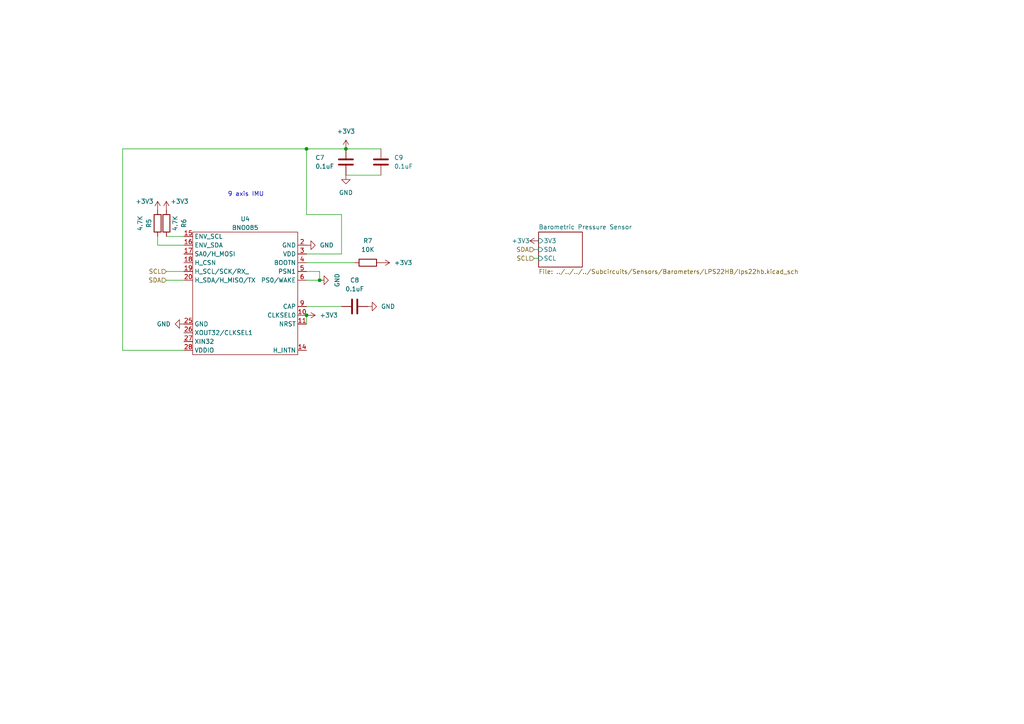
<source format=kicad_sch>
(kicad_sch (version 20230121) (generator eeschema)
  (paper "A4")
  (lib_symbols
    (symbol "+3V3_1" (power) (pin_names (offset 0))
      (property "Value" "+3V3_1" (at 0 3.556 0))
      (symbol "+3V3_1_0_1"
        (polyline (pts (xy -0.762 1.27) (xy 0 2.54)))
        (polyline (pts (xy 0 0) (xy 0 2.54)))
        (polyline (pts (xy 0 2.54) (xy 0.762 1.27)))
      )
      (symbol "+3V3_1_1_1"
        (pin power_in line (at 0 0 90) (length 0) hide (name "+3V3") (number "1"))
      )
    )
    (symbol "BNO085:BNO085"
      (property "Reference" "U?" (at 0 5.08 0))
      (property "Value" "BNO085" (at 0 2.54 0))
      (symbol "BNO085_0_1"
        (rectangle (start -15.24 0) (end 15.24 -35.56))
      )
      (symbol "BNO085_1_1"
        (pin no_connect line (at 17.78 -1.27 180) (length 2.54) hide (name "NC") (number "1"))
        (pin input line (at 17.78 -24.13 180) (length 2.54) (name "CLKSEL0") (number "10"))
        (pin input line (at 17.78 -26.67 180) (length 2.54) (name "NRST") (number "11"))
        (pin no_connect line (at 17.78 -29.21 180) (length 2.54) hide (name "NC") (number "12"))
        (pin no_connect line (at 17.78 -31.75 180) (length 2.54) hide (name "NC") (number "13"))
        (pin output line (at 17.78 -34.29 180) (length 2.54) (name "H_INTN") (number "14"))
        (pin bidirectional line (at -17.78 -1.27 0) (length 2.54) (name "ENV_SCL") (number "15"))
        (pin bidirectional line (at -17.78 -3.81 0) (length 2.54) (name "ENV_SDA") (number "16"))
        (pin input line (at -17.78 -6.35 0) (length 2.54) (name "SA0/H_MOSI") (number "17"))
        (pin input line (at -17.78 -8.89 0) (length 2.54) (name "H_CSN") (number "18"))
        (pin bidirectional line (at -17.78 -11.43 0) (length 2.54) (name "H_SCL/SCK/RX_") (number "19"))
        (pin power_in line (at 17.78 -3.81 180) (length 2.54) (name "GND") (number "2"))
        (pin bidirectional line (at -17.78 -13.97 0) (length 2.54) (name "H_SDA/H_MISO/TX") (number "20"))
        (pin no_connect line (at -17.78 -16.51 0) (length 2.54) hide (name "NC") (number "21"))
        (pin no_connect line (at -17.78 -19.05 0) (length 2.54) hide (name "NC") (number "22"))
        (pin no_connect line (at -17.78 -21.59 0) (length 2.54) hide (name "NC") (number "23"))
        (pin no_connect line (at -17.78 -24.13 0) (length 2.54) hide (name "NC") (number "24"))
        (pin input line (at -17.78 -26.67 0) (length 2.54) (name "GND") (number "25"))
        (pin output line (at -17.78 -29.21 0) (length 2.54) (name "XOUT32/CLKSEL1") (number "26"))
        (pin input line (at -17.78 -31.75 0) (length 2.54) (name "XIN32") (number "27"))
        (pin input line (at -17.78 -34.29 0) (length 2.54) (name "VDDIO") (number "28"))
        (pin power_in line (at 17.78 -6.35 180) (length 2.54) (name "VDD") (number "3"))
        (pin input line (at 17.78 -8.89 180) (length 2.54) (name "BOOTN") (number "4"))
        (pin input line (at 17.78 -11.43 180) (length 2.54) (name "PSN1") (number "5"))
        (pin input line (at 17.78 -13.97 180) (length 2.54) (name "PS0/WAKE") (number "6"))
        (pin no_connect line (at 17.78 -16.51 180) (length 2.54) hide (name "NC") (number "7"))
        (pin no_connect line (at 17.78 -19.05 180) (length 2.54) hide (name "NC") (number "8"))
        (pin unspecified line (at 17.78 -21.59 180) (length 2.54) (name "CAP") (number "9"))
      )
    )
    (symbol "Device:C" (pin_numbers hide) (pin_names (offset 0.254))
      (property "Reference" "C" (at 0.635 2.54 0))
      (property "Value" "C" (at 0.635 -2.54 0))
      (symbol "C_0_1"
        (polyline (pts (xy -2.032 -0.762) (xy 2.032 -0.762)) (stroke (width 0.508)))
        (polyline (pts (xy -2.032 0.762) (xy 2.032 0.762)) (stroke (width 0.508)))
      )
      (symbol "C_1_1"
        (pin passive line (at 0 3.81 270) (length 2.794) (name "~") (number "1"))
        (pin passive line (at 0 -3.81 90) (length 2.794) (name "~") (number "2"))
      )
    )
    (symbol "Device:R" (pin_numbers hide) (pin_names (offset 0))
      (property "Reference" "R" (at 2.032 0 90))
      (property "Value" "R" (at 0 0 90))
      (symbol "R_0_1"
        (rectangle (start -1.016 -2.54) (end 1.016 2.54) (stroke (width 0.254)))
      )
      (symbol "R_1_1"
        (pin passive line (at 0 3.81 270) (length 1.27) (name "~") (number "1"))
        (pin passive line (at 0 -3.81 90) (length 1.27) (name "~") (number "2"))
      )
    )
    (symbol "power:+3V3" (power) (pin_names (offset 0))
      (property "Value" "+3V3" (at 0 3.556 0))
      (symbol "+3V3_0_1"
        (polyline (pts (xy -0.762 1.27) (xy 0 2.54)))
        (polyline (pts (xy 0 0) (xy 0 2.54)))
        (polyline (pts (xy 0 2.54) (xy 0.762 1.27)))
      )
      (symbol "+3V3_1_1"
        (pin power_in line (at 0 0 90) (length 0) hide (name "+3V3") (number "1"))
      )
    )
    (symbol "power:GND" (power) (pin_names (offset 0))
      (property "Value" "GND" (at 0 -3.81 0))
      (symbol "GND_0_1"
        (polyline (pts (xy 0 0) (xy 0 -1.27) (xy 1.27 -1.27) (xy 0 -2.54) (xy -1.27 -1.27) (xy 0 -1.27)))
      )
      (symbol "GND_1_1"
        (pin power_in line (at 0 0 270) (length 0) hide (name "GND") (number "1"))
      )
    )
  )
  (junction (at 92.71 81.28))
  (junction (at 100.33 43.18))
  (junction (at 88.9 43.18))
  (junction (at 88.9 91.44))
  (wire (pts (xy 88.9 81.28) (xy 92.71 81.28)))
  (wire (pts (xy 99.06 88.9) (xy 88.9 88.9)))
  (wire (pts (xy 88.9 78.74) (xy 92.71 78.74)))
  (wire (pts (xy 154.94 74.93) (xy 156.21 74.93)))
  (wire (pts (xy 99.06 73.66) (xy 88.9 73.66)))
  (wire (pts (xy 100.33 50.8) (xy 110.49 50.8)))
  (wire (pts (xy 100.33 43.18) (xy 88.9 43.18)))
  (wire (pts (xy 92.71 78.74) (xy 92.71 81.28)))
  (wire (pts (xy 35.56 101.6) (xy 53.34 101.6)))
  (wire (pts (xy 88.9 43.18) (xy 35.56 43.18)))
  (wire (pts (xy 48.26 68.58) (xy 53.34 68.58)))
  (wire (pts (xy 88.9 91.44) (xy 88.9 93.98)))
  (wire (pts (xy 88.9 76.2) (xy 102.87 76.2)))
  (wire (pts (xy 45.72 68.58) (xy 45.72 71.12)))
  (wire (pts (xy 35.56 43.18) (xy 35.56 101.6)))
  (wire (pts (xy 48.26 81.28) (xy 53.34 81.28)))
  (wire (pts (xy 100.33 43.18) (xy 110.49 43.18)))
  (wire (pts (xy 99.06 62.23) (xy 99.06 73.66)))
  (wire (pts (xy 48.26 78.74) (xy 53.34 78.74)))
  (wire (pts (xy 88.9 62.23) (xy 99.06 62.23)))
  (wire (pts (xy 88.9 43.18) (xy 88.9 62.23)))
  (wire (pts (xy 154.94 72.39) (xy 156.21 72.39)))
  (wire (pts (xy 45.72 71.12) (xy 53.34 71.12)))
  (text "9 axis IMU" (at 66.04 57.15 0) (effects (font (size 1.27 1.27)) (justify left bottom)))
  (hierarchical_label "SDA" (shape input) (at 154.94 72.39 180))
  (hierarchical_label "SDA" (shape input) (at 48.26 81.28 180))
  (hierarchical_label "SCL" (shape input) (at 48.26 78.74 180))
  (hierarchical_label "SCL" (shape input) (at 154.94 74.93 180))
  (symbol (lib_id "power:+3V3") (at 88.9 91.44 270) (unit 1)
    (property "Reference" "#PWR020" (effects hide))
    (property "Value" "+3V3" (at 92.71 91.4399 90) (effects (justify left)))
  )
  (symbol (lib_id "Device:R") (at 45.72 64.77 180) (unit 1)
    (property "Reference" "R5" (at 43.18 64.77 90))
    (property "Value" "4.7K" (at 40.64 64.77 90))
    (property "Footprint" "Resistor_SMD:R_0805_2012Metric" (effects hide))
  )
  (symbol (lib_id "Device:R") (at 106.68 76.2 90) (unit 1)
    (property "Reference" "R7" (at 106.68 69.85 90))
    (property "Value" "10K" (at 106.68 72.39 90))
    (property "Footprint" "Resistor_SMD:R_0805_2012Metric" (effects hide))
  )
  (symbol (lib_id "power:+3V3") (at 110.49 76.2 270) (unit 1)
    (property "Reference" "#PWR025" (effects hide))
    (property "Value" "+3V3" (at 114.3 76.1999 90) (effects (justify left)))
  )
  (symbol (lib_id "power:GND") (at 106.68 88.9 90) (unit 1)
    (property "Reference" "#PWR024" (effects hide))
    (property "Value" "GND" (at 110.49 88.8999 90) (effects (justify right)))
  )
  (symbol (lib_id "power:+3V3") (at 45.72 60.96 0) (unit 1)
    (property "Reference" "#PWR016" (effects hide))
    (property "Value" "+3V3" (at 41.91 58.42 0))
  )
  (symbol (lib_id "power:GND") (at 92.71 81.28 90) (unit 1)
    (property "Reference" "#PWR021" (effects hide))
    (property "Value" "GND" (at 97.79 81.28 0))
  )
  (symbol (lib_id "Device:C") (at 110.49 46.99 0) (unit 1)
    (property "Reference" "C9" (at 114.3 45.7199 0) (effects (justify left)))
    (property "Value" "0.1uF" (at 114.3 48.2599 0) (effects (justify left)))
    (property "Footprint" "Capacitor_SMD:C_0805_2012Metric" (effects hide))
  )
  (symbol (lib_id "BNO085:BNO085") (at 71.12 67.31 0) (unit 1)
    (property "Reference" "U4" (at 71.12 63.5 0))
    (property "Value" "BNO085" (at 71.12 66.04 0))
    (property "Footprint" "BNO085:BNO085" (effects hide))
  )
  (symbol (lib_id "power:GND") (at 53.34 93.98 270) (unit 1)
    (property "Reference" "#PWR018" (effects hide))
    (property "Value" "GND" (at 49.53 93.9799 90) (effects (justify right)))
  )
  (symbol (lib_id "Device:R") (at 48.26 64.77 180) (unit 1)
    (property "Reference" "R6" (at 53.34 64.77 90))
    (property "Value" "4.7K" (at 50.8 64.77 90))
    (property "Footprint" "Resistor_SMD:R_0805_2012Metric" (effects hide))
  )
  (symbol (lib_name "+3V3_1") (lib_id "power:+3V3") (at 156.21 69.85 90) (unit 1)
    (property "Reference" "#PWR026" (effects hide))
    (property "Value" "+3V3" (at 153.67 69.85 90) (effects (justify left)))
  )
  (symbol (lib_id "Device:C") (at 102.87 88.9 270) (unit 1)
    (property "Reference" "C8" (at 102.87 81.28 90))
    (property "Value" "0.1uF" (at 102.87 83.82 90))
    (property "Footprint" "Capacitor_SMD:C_0805_2012Metric" (effects hide))
  )
  (symbol (lib_id "power:GND") (at 88.9 71.12 90) (unit 1)
    (property "Reference" "#PWR019" (effects hide))
    (property "Value" "GND" (at 92.71 71.1199 90) (effects (justify right)))
  )
  (symbol (lib_id "Device:C") (at 100.33 46.99 0) (unit 1)
    (property "Reference" "C7" (at 91.44 45.72 0) (effects (justify left)))
    (property "Value" "0.1uF" (at 91.44 48.26 0) (effects (justify left)))
    (property "Footprint" "Capacitor_SMD:C_0805_2012Metric" (effects hide))
  )
  (symbol (lib_id "power:+3V3") (at 100.33 43.18 0) (unit 1)
    (property "Reference" "#PWR022" (effects hide))
    (property "Value" "+3V3" (at 100.33 38.1 0))
  )
  (symbol (lib_id "power:GND") (at 100.33 50.8 0) (unit 1)
    (property "Reference" "#PWR023" (effects hide))
    (property "Value" "GND" (at 100.33 55.88 0))
  )
  (symbol (lib_id "power:+3V3") (at 48.26 60.96 0) (unit 1)
    (property "Reference" "#PWR017" (effects hide))
    (property "Value" "+3V3" (at 52.07 58.42 0))
  )
  (sheet (at 156.21 67.31) (size 12.7 10.16) (stroke (width 0.1524))
    (property "Sheetname" "Barometric Pressure Sensor" (at 156.21 66.5984 0) (effects (justify left bottom)))
    (property "Sheetfile" "../../../../Subcircuits/Sensors/Barometers/LPS22HB/lps22hb.kicad_sch" (at 156.21 78.0546 0) (effects (justify left top)))
    (pin "3V3" input (at 156.21 69.85 180))
    (pin "SDA" input (at 156.21 72.39 180))
    (pin "SCL" input (at 156.21 74.93 180))
  )
)
</source>
